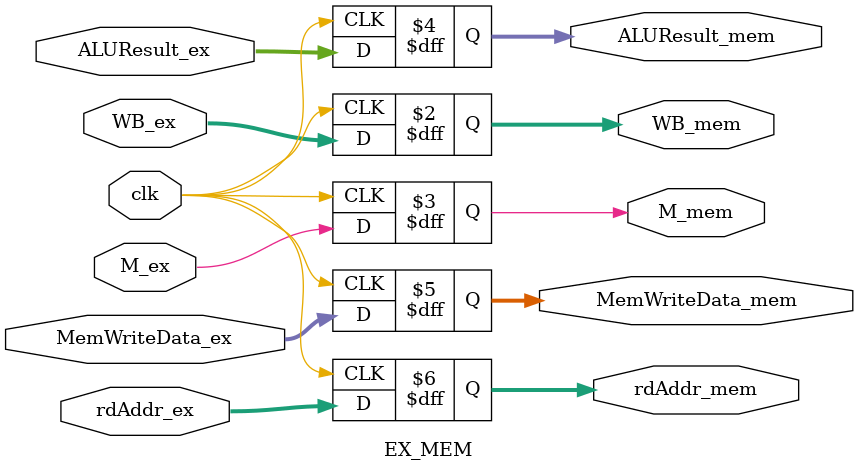
<source format=v>
module EX_MEM(clk, WB_ex, WB_mem, M_ex, M_mem, ALUResult_ex, ALUResult_mem, 
            MemWriteData_ex, MemWriteData_mem, rdAddr_ex, rdAddr_mem);

    input clk;     
    input [1:0] WB_ex;
    input M_ex;
    input [31:0] ALUResult_ex, MemWriteData_ex;
    input [4:0] rdAddr_ex;

    output reg [1:0] WB_mem;
    output reg M_mem;
    output reg [31:0] ALUResult_mem, MemWriteData_mem;
    output reg [4:0] rdAddr_mem;

    always@(posedge clk) begin
        WB_mem<=WB_ex;
        M_mem<=M_ex;
        ALUResult_mem<=ALUResult_ex;
        MemWriteData_mem<=MemWriteData_ex;
        rdAddr_mem<=rdAddr_ex;
    end
endmodule
</source>
